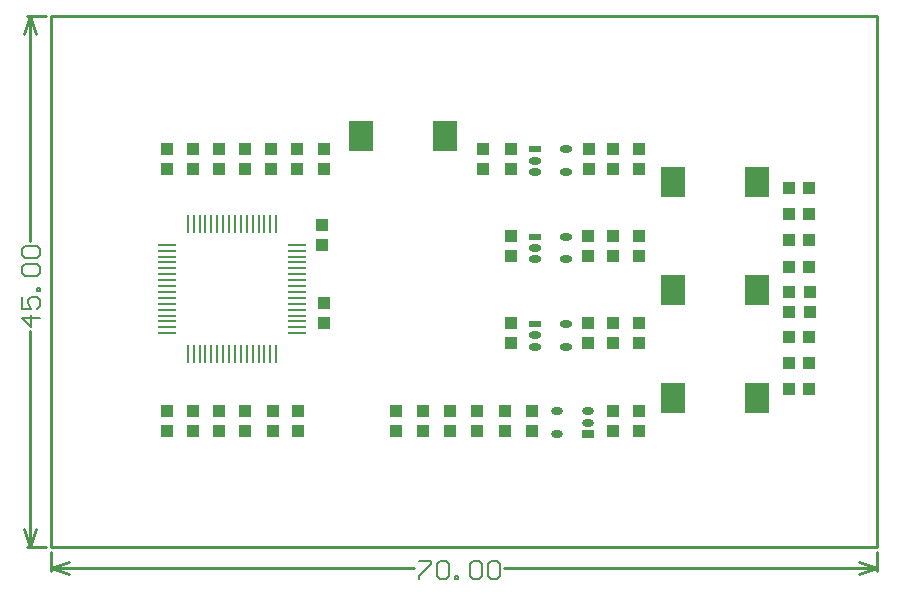
<source format=gtp>
G04*
G04 #@! TF.GenerationSoftware,Altium Limited,Altium Designer,18.1.9 (240)*
G04*
G04 Layer_Color=8421504*
%FSLAX24Y24*%
%MOIN*%
G70*
G01*
G75*
%ADD14C,0.0100*%
%ADD15C,0.0060*%
%ADD16O,0.0433X0.0236*%
%ADD17R,0.0433X0.0236*%
%ADD18R,0.0787X0.0984*%
%ADD19R,0.0433X0.0394*%
%ADD20R,0.0394X0.0433*%
%ADD21O,0.0610X0.0098*%
%ADD22R,0.0610X0.0098*%
%ADD23R,0.0098X0.0610*%
%ADD24R,0.0390X0.0272*%
%ADD25O,0.0390X0.0272*%
D14*
X27559Y0D02*
Y17717D01*
X0D02*
X27559D01*
X0Y0D02*
X27559D01*
X0D02*
Y17717D01*
X-900Y600D02*
X-700Y0D01*
X-500Y600D01*
X-700Y17717D02*
X-500Y17117D01*
X-900D02*
X-700Y17717D01*
Y0D02*
Y7189D01*
Y10208D02*
Y17717D01*
X-800Y0D02*
X-150D01*
X-800Y17717D02*
X-150D01*
X0Y-700D02*
X600Y-500D01*
X0Y-700D02*
X600Y-900D01*
X26959D02*
X27559Y-700D01*
X26959Y-500D02*
X27559Y-700D01*
X0D02*
X12110D01*
X15129D02*
X27559D01*
X0Y-800D02*
Y-150D01*
X27559Y-800D02*
Y-150D01*
D15*
X-340Y7649D02*
X-940D01*
X-640Y7349D01*
Y7749D01*
X-940Y8348D02*
Y7949D01*
X-640D01*
X-740Y8148D01*
Y8248D01*
X-640Y8348D01*
X-440D01*
X-340Y8248D01*
Y8048D01*
X-440Y7949D01*
X-340Y8548D02*
X-440D01*
Y8648D01*
X-340D01*
Y8548D01*
X-840Y9048D02*
X-940Y9148D01*
Y9348D01*
X-840Y9448D01*
X-440D01*
X-340Y9348D01*
Y9148D01*
X-440Y9048D01*
X-840D01*
Y9648D02*
X-940Y9748D01*
Y9948D01*
X-840Y10048D01*
X-440D01*
X-340Y9948D01*
Y9748D01*
X-440Y9648D01*
X-840D01*
X12270Y-460D02*
X12670D01*
Y-560D01*
X12270Y-960D01*
Y-1060D01*
X12870Y-560D02*
X12970Y-460D01*
X13170D01*
X13270Y-560D01*
Y-960D01*
X13170Y-1060D01*
X12970D01*
X12870Y-960D01*
Y-560D01*
X13470Y-1060D02*
Y-960D01*
X13570D01*
Y-1060D01*
X13470D01*
X13969Y-560D02*
X14069Y-460D01*
X14269D01*
X14369Y-560D01*
Y-960D01*
X14269Y-1060D01*
X14069D01*
X13969Y-960D01*
Y-560D01*
X14569D02*
X14669Y-460D01*
X14869D01*
X14969Y-560D01*
Y-960D01*
X14869Y-1060D01*
X14669D01*
X14569Y-960D01*
Y-560D01*
D16*
X17174Y12507D02*
D03*
Y13255D02*
D03*
X16150Y12507D02*
D03*
Y12881D02*
D03*
X17174Y6686D02*
D03*
Y7434D02*
D03*
X16150Y6686D02*
D03*
Y7060D02*
D03*
X17174Y9596D02*
D03*
Y10344D02*
D03*
X16150Y9596D02*
D03*
Y9970D02*
D03*
D17*
Y13255D02*
D03*
Y7434D02*
D03*
Y10344D02*
D03*
D18*
X13150Y13720D02*
D03*
X10350D02*
D03*
X23550Y12180D02*
D03*
X20750D02*
D03*
X23550Y8584D02*
D03*
X20750D02*
D03*
X23550Y4988D02*
D03*
X20750D02*
D03*
D19*
X25285Y5283D02*
D03*
X24615D02*
D03*
X25285Y6141D02*
D03*
X24615D02*
D03*
Y6998D02*
D03*
X25285D02*
D03*
Y9348D02*
D03*
X24615D02*
D03*
X25285Y10222D02*
D03*
X24615D02*
D03*
X25285Y11095D02*
D03*
X24615D02*
D03*
Y11968D02*
D03*
X25285D02*
D03*
D20*
X24600Y7848D02*
D03*
Y8518D02*
D03*
X25300Y7848D02*
D03*
Y8518D02*
D03*
X19600Y6794D02*
D03*
Y7464D02*
D03*
X18750Y6794D02*
D03*
Y7464D02*
D03*
X17900Y6794D02*
D03*
Y7464D02*
D03*
X15350Y6794D02*
D03*
Y7464D02*
D03*
X19600Y10374D02*
D03*
Y9705D02*
D03*
X18750D02*
D03*
Y10374D02*
D03*
X17900Y9705D02*
D03*
Y10374D02*
D03*
X15350Y9705D02*
D03*
Y10374D02*
D03*
X19600Y13285D02*
D03*
Y12615D02*
D03*
X18750Y13285D02*
D03*
Y12615D02*
D03*
X17950Y13285D02*
D03*
Y12615D02*
D03*
X15350Y13285D02*
D03*
Y12615D02*
D03*
X14400Y12615D02*
D03*
Y13285D02*
D03*
X14230Y4553D02*
D03*
Y3884D02*
D03*
X12410Y4553D02*
D03*
Y3884D02*
D03*
X13320D02*
D03*
Y4553D02*
D03*
X16050D02*
D03*
Y3884D02*
D03*
X19600Y4553D02*
D03*
Y3884D02*
D03*
X11500Y4553D02*
D03*
Y3884D02*
D03*
X9100Y7481D02*
D03*
Y8150D02*
D03*
X9058Y10082D02*
D03*
Y10751D02*
D03*
X8233Y3884D02*
D03*
Y4553D02*
D03*
X7400Y4535D02*
D03*
Y3865D02*
D03*
X6488Y4553D02*
D03*
Y3884D02*
D03*
X5615Y4553D02*
D03*
Y3884D02*
D03*
X4743Y4553D02*
D03*
Y3884D02*
D03*
X3871Y4553D02*
D03*
Y3884D02*
D03*
X9100Y12615D02*
D03*
Y13285D02*
D03*
X8228D02*
D03*
Y12615D02*
D03*
X7357Y13285D02*
D03*
Y12615D02*
D03*
X6485Y13285D02*
D03*
Y12615D02*
D03*
X5614Y13285D02*
D03*
Y12615D02*
D03*
X4742Y13285D02*
D03*
Y12615D02*
D03*
X3871Y13285D02*
D03*
Y12615D02*
D03*
X18750Y3884D02*
D03*
Y4553D02*
D03*
X15140Y3884D02*
D03*
Y4553D02*
D03*
D21*
X3893Y10082D02*
D03*
D22*
Y9885D02*
D03*
Y9688D02*
D03*
Y9491D02*
D03*
Y9294D02*
D03*
Y9098D02*
D03*
Y8901D02*
D03*
Y8704D02*
D03*
Y8507D02*
D03*
Y8310D02*
D03*
Y8113D02*
D03*
Y7917D02*
D03*
Y7720D02*
D03*
Y7523D02*
D03*
Y7326D02*
D03*
Y7129D02*
D03*
X8204D02*
D03*
Y7326D02*
D03*
Y7523D02*
D03*
Y7720D02*
D03*
Y7917D02*
D03*
Y8113D02*
D03*
Y8310D02*
D03*
Y8507D02*
D03*
Y8704D02*
D03*
Y8901D02*
D03*
Y9098D02*
D03*
Y9294D02*
D03*
Y9491D02*
D03*
Y9688D02*
D03*
Y9885D02*
D03*
Y10082D02*
D03*
D23*
X4572Y6450D02*
D03*
X4769D02*
D03*
X4966D02*
D03*
X5163D02*
D03*
X5359D02*
D03*
X5556D02*
D03*
X5753D02*
D03*
X5950D02*
D03*
X6147D02*
D03*
X6344D02*
D03*
X6541D02*
D03*
X6737D02*
D03*
X6934D02*
D03*
X7131D02*
D03*
X7328D02*
D03*
X7525D02*
D03*
Y10761D02*
D03*
X7328D02*
D03*
X7131D02*
D03*
X6934D02*
D03*
X6737D02*
D03*
X6541D02*
D03*
X6344D02*
D03*
X6147D02*
D03*
X5950D02*
D03*
X5753D02*
D03*
X5556D02*
D03*
X5359D02*
D03*
X5163D02*
D03*
X4966D02*
D03*
X4769D02*
D03*
X4572D02*
D03*
D24*
X17900Y3775D02*
D03*
D25*
Y4149D02*
D03*
Y4523D02*
D03*
X16880Y3775D02*
D03*
Y4523D02*
D03*
M02*

</source>
